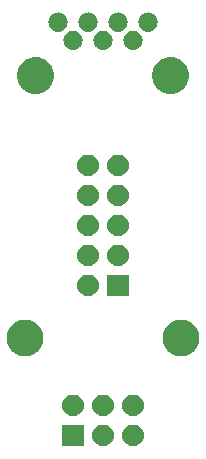
<source format=gbr>
G04 #@! TF.GenerationSoftware,KiCad,Pcbnew,(5.1.2)-1*
G04 #@! TF.CreationDate,2019-05-20T03:11:49+02:00*
G04 #@! TF.ProjectId,programmer,70726f67-7261-46d6-9d65-722e6b696361,rev?*
G04 #@! TF.SameCoordinates,Original*
G04 #@! TF.FileFunction,Soldermask,Bot*
G04 #@! TF.FilePolarity,Negative*
%FSLAX46Y46*%
G04 Gerber Fmt 4.6, Leading zero omitted, Abs format (unit mm)*
G04 Created by KiCad (PCBNEW (5.1.2)-1) date 2019-05-20 03:11:49*
%MOMM*%
%LPD*%
G04 APERTURE LIST*
%ADD10C,0.304800*%
G04 APERTURE END LIST*
D10*
G36*
X26314400Y-49809400D02*
G01*
X24485600Y-49809400D01*
X24485600Y-47980600D01*
X26314400Y-47980600D01*
X26314400Y-49809400D01*
X26314400Y-49809400D01*
G37*
G36*
X30659252Y-47993830D02*
G01*
X30745437Y-48019974D01*
X30831619Y-48046117D01*
X30831621Y-48046118D01*
X30990467Y-48131023D01*
X30990470Y-48131025D01*
X30990471Y-48131026D01*
X31129707Y-48245293D01*
X31243974Y-48384529D01*
X31243977Y-48384533D01*
X31328882Y-48543379D01*
X31381170Y-48715748D01*
X31398824Y-48895000D01*
X31381170Y-49074252D01*
X31328882Y-49246621D01*
X31243977Y-49405467D01*
X31243975Y-49405470D01*
X31243974Y-49405471D01*
X31129707Y-49544707D01*
X30990471Y-49658974D01*
X30990467Y-49658977D01*
X30831621Y-49743882D01*
X30831619Y-49743883D01*
X30745437Y-49770026D01*
X30659252Y-49796170D01*
X30524921Y-49809400D01*
X30435079Y-49809400D01*
X30300748Y-49796170D01*
X30214563Y-49770026D01*
X30128381Y-49743883D01*
X30128379Y-49743882D01*
X29969533Y-49658977D01*
X29969529Y-49658974D01*
X29830293Y-49544707D01*
X29716026Y-49405471D01*
X29716025Y-49405470D01*
X29716023Y-49405467D01*
X29631118Y-49246621D01*
X29578830Y-49074252D01*
X29561176Y-48895000D01*
X29578830Y-48715748D01*
X29631118Y-48543379D01*
X29716023Y-48384533D01*
X29716026Y-48384529D01*
X29830293Y-48245293D01*
X29969529Y-48131026D01*
X29969530Y-48131025D01*
X29969533Y-48131023D01*
X30128379Y-48046118D01*
X30128381Y-48046117D01*
X30214563Y-48019974D01*
X30300748Y-47993830D01*
X30435079Y-47980600D01*
X30524921Y-47980600D01*
X30659252Y-47993830D01*
X30659252Y-47993830D01*
G37*
G36*
X28119252Y-47993830D02*
G01*
X28205437Y-48019974D01*
X28291619Y-48046117D01*
X28291621Y-48046118D01*
X28450467Y-48131023D01*
X28450470Y-48131025D01*
X28450471Y-48131026D01*
X28589707Y-48245293D01*
X28703974Y-48384529D01*
X28703977Y-48384533D01*
X28788882Y-48543379D01*
X28841170Y-48715748D01*
X28858824Y-48895000D01*
X28841170Y-49074252D01*
X28788882Y-49246621D01*
X28703977Y-49405467D01*
X28703975Y-49405470D01*
X28703974Y-49405471D01*
X28589707Y-49544707D01*
X28450471Y-49658974D01*
X28450467Y-49658977D01*
X28291621Y-49743882D01*
X28291619Y-49743883D01*
X28205437Y-49770026D01*
X28119252Y-49796170D01*
X27984921Y-49809400D01*
X27895079Y-49809400D01*
X27760748Y-49796170D01*
X27674563Y-49770026D01*
X27588381Y-49743883D01*
X27588379Y-49743882D01*
X27429533Y-49658977D01*
X27429529Y-49658974D01*
X27290293Y-49544707D01*
X27176026Y-49405471D01*
X27176025Y-49405470D01*
X27176023Y-49405467D01*
X27091118Y-49246621D01*
X27038830Y-49074252D01*
X27021176Y-48895000D01*
X27038830Y-48715748D01*
X27091118Y-48543379D01*
X27176023Y-48384533D01*
X27176026Y-48384529D01*
X27290293Y-48245293D01*
X27429529Y-48131026D01*
X27429530Y-48131025D01*
X27429533Y-48131023D01*
X27588379Y-48046118D01*
X27588381Y-48046117D01*
X27674563Y-48019974D01*
X27760748Y-47993830D01*
X27895079Y-47980600D01*
X27984921Y-47980600D01*
X28119252Y-47993830D01*
X28119252Y-47993830D01*
G37*
G36*
X30659252Y-45453830D02*
G01*
X30745437Y-45479974D01*
X30831619Y-45506117D01*
X30831621Y-45506118D01*
X30990467Y-45591023D01*
X30990470Y-45591025D01*
X30990471Y-45591026D01*
X31129707Y-45705293D01*
X31243974Y-45844529D01*
X31243977Y-45844533D01*
X31328882Y-46003379D01*
X31381170Y-46175748D01*
X31398824Y-46355000D01*
X31381170Y-46534252D01*
X31328882Y-46706621D01*
X31243977Y-46865467D01*
X31243975Y-46865470D01*
X31243974Y-46865471D01*
X31129707Y-47004707D01*
X30990471Y-47118974D01*
X30990467Y-47118977D01*
X30831621Y-47203882D01*
X30831619Y-47203883D01*
X30745437Y-47230026D01*
X30659252Y-47256170D01*
X30524921Y-47269400D01*
X30435079Y-47269400D01*
X30300748Y-47256170D01*
X30214563Y-47230026D01*
X30128381Y-47203883D01*
X30128379Y-47203882D01*
X29969533Y-47118977D01*
X29969529Y-47118974D01*
X29830293Y-47004707D01*
X29716026Y-46865471D01*
X29716025Y-46865470D01*
X29716023Y-46865467D01*
X29631118Y-46706621D01*
X29578830Y-46534252D01*
X29561176Y-46355000D01*
X29578830Y-46175748D01*
X29631118Y-46003379D01*
X29716023Y-45844533D01*
X29716026Y-45844529D01*
X29830293Y-45705293D01*
X29969529Y-45591026D01*
X29969530Y-45591025D01*
X29969533Y-45591023D01*
X30128379Y-45506118D01*
X30128381Y-45506117D01*
X30214563Y-45479974D01*
X30300748Y-45453830D01*
X30435079Y-45440600D01*
X30524921Y-45440600D01*
X30659252Y-45453830D01*
X30659252Y-45453830D01*
G37*
G36*
X28119252Y-45453830D02*
G01*
X28205437Y-45479974D01*
X28291619Y-45506117D01*
X28291621Y-45506118D01*
X28450467Y-45591023D01*
X28450470Y-45591025D01*
X28450471Y-45591026D01*
X28589707Y-45705293D01*
X28703974Y-45844529D01*
X28703977Y-45844533D01*
X28788882Y-46003379D01*
X28841170Y-46175748D01*
X28858824Y-46355000D01*
X28841170Y-46534252D01*
X28788882Y-46706621D01*
X28703977Y-46865467D01*
X28703975Y-46865470D01*
X28703974Y-46865471D01*
X28589707Y-47004707D01*
X28450471Y-47118974D01*
X28450467Y-47118977D01*
X28291621Y-47203882D01*
X28291619Y-47203883D01*
X28205437Y-47230026D01*
X28119252Y-47256170D01*
X27984921Y-47269400D01*
X27895079Y-47269400D01*
X27760748Y-47256170D01*
X27674563Y-47230026D01*
X27588381Y-47203883D01*
X27588379Y-47203882D01*
X27429533Y-47118977D01*
X27429529Y-47118974D01*
X27290293Y-47004707D01*
X27176026Y-46865471D01*
X27176025Y-46865470D01*
X27176023Y-46865467D01*
X27091118Y-46706621D01*
X27038830Y-46534252D01*
X27021176Y-46355000D01*
X27038830Y-46175748D01*
X27091118Y-46003379D01*
X27176023Y-45844533D01*
X27176026Y-45844529D01*
X27290293Y-45705293D01*
X27429529Y-45591026D01*
X27429530Y-45591025D01*
X27429533Y-45591023D01*
X27588379Y-45506118D01*
X27588381Y-45506117D01*
X27674563Y-45479974D01*
X27760748Y-45453830D01*
X27895079Y-45440600D01*
X27984921Y-45440600D01*
X28119252Y-45453830D01*
X28119252Y-45453830D01*
G37*
G36*
X25579252Y-45453830D02*
G01*
X25665437Y-45479974D01*
X25751619Y-45506117D01*
X25751621Y-45506118D01*
X25910467Y-45591023D01*
X25910470Y-45591025D01*
X25910471Y-45591026D01*
X26049707Y-45705293D01*
X26163974Y-45844529D01*
X26163977Y-45844533D01*
X26248882Y-46003379D01*
X26301170Y-46175748D01*
X26318824Y-46355000D01*
X26301170Y-46534252D01*
X26248882Y-46706621D01*
X26163977Y-46865467D01*
X26163975Y-46865470D01*
X26163974Y-46865471D01*
X26049707Y-47004707D01*
X25910471Y-47118974D01*
X25910467Y-47118977D01*
X25751621Y-47203882D01*
X25751619Y-47203883D01*
X25665437Y-47230026D01*
X25579252Y-47256170D01*
X25444921Y-47269400D01*
X25355079Y-47269400D01*
X25220748Y-47256170D01*
X25134563Y-47230026D01*
X25048381Y-47203883D01*
X25048379Y-47203882D01*
X24889533Y-47118977D01*
X24889529Y-47118974D01*
X24750293Y-47004707D01*
X24636026Y-46865471D01*
X24636025Y-46865470D01*
X24636023Y-46865467D01*
X24551118Y-46706621D01*
X24498830Y-46534252D01*
X24481176Y-46355000D01*
X24498830Y-46175748D01*
X24551118Y-46003379D01*
X24636023Y-45844533D01*
X24636026Y-45844529D01*
X24750293Y-45705293D01*
X24889529Y-45591026D01*
X24889530Y-45591025D01*
X24889533Y-45591023D01*
X25048379Y-45506118D01*
X25048381Y-45506117D01*
X25134563Y-45479974D01*
X25220748Y-45453830D01*
X25355079Y-45440600D01*
X25444921Y-45440600D01*
X25579252Y-45453830D01*
X25579252Y-45453830D01*
G37*
G36*
X21588611Y-39109065D02*
G01*
X21788352Y-39148796D01*
X22070579Y-39265699D01*
X22324578Y-39435415D01*
X22540585Y-39651422D01*
X22710301Y-39905421D01*
X22827204Y-40187648D01*
X22886800Y-40487259D01*
X22886800Y-40792741D01*
X22827204Y-41092352D01*
X22710301Y-41374579D01*
X22540585Y-41628578D01*
X22324578Y-41844585D01*
X22070579Y-42014301D01*
X21788352Y-42131204D01*
X21588611Y-42170935D01*
X21488742Y-42190800D01*
X21183258Y-42190800D01*
X21083389Y-42170935D01*
X20883648Y-42131204D01*
X20601421Y-42014301D01*
X20347422Y-41844585D01*
X20131415Y-41628578D01*
X19961699Y-41374579D01*
X19844796Y-41092352D01*
X19785200Y-40792741D01*
X19785200Y-40487259D01*
X19844796Y-40187648D01*
X19961699Y-39905421D01*
X20131415Y-39651422D01*
X20347422Y-39435415D01*
X20601421Y-39265699D01*
X20883648Y-39148796D01*
X21083389Y-39109065D01*
X21183258Y-39089200D01*
X21488742Y-39089200D01*
X21588611Y-39109065D01*
X21588611Y-39109065D01*
G37*
G36*
X34896481Y-39128932D02*
G01*
X34996351Y-39148797D01*
X35278579Y-39265699D01*
X35532577Y-39435415D01*
X35748585Y-39651423D01*
X35918301Y-39905421D01*
X36035203Y-40187649D01*
X36094799Y-40487260D01*
X36094799Y-40792740D01*
X36035203Y-41092351D01*
X35918301Y-41374579D01*
X35748585Y-41628577D01*
X35532577Y-41844585D01*
X35278579Y-42014301D01*
X34996351Y-42131203D01*
X34896481Y-42151068D01*
X34696742Y-42190799D01*
X34391258Y-42190799D01*
X34191519Y-42151068D01*
X34091649Y-42131203D01*
X33809421Y-42014301D01*
X33555423Y-41844585D01*
X33339415Y-41628577D01*
X33169699Y-41374579D01*
X33052797Y-41092351D01*
X32993201Y-40792740D01*
X32993201Y-40487260D01*
X33052797Y-40187649D01*
X33169699Y-39905421D01*
X33339415Y-39651423D01*
X33555423Y-39435415D01*
X33809421Y-39265699D01*
X34091649Y-39148797D01*
X34191519Y-39128932D01*
X34391258Y-39089201D01*
X34696742Y-39089201D01*
X34896481Y-39128932D01*
X34896481Y-39128932D01*
G37*
G36*
X30124400Y-37109400D02*
G01*
X28295600Y-37109400D01*
X28295600Y-35280600D01*
X30124400Y-35280600D01*
X30124400Y-37109400D01*
X30124400Y-37109400D01*
G37*
G36*
X26849252Y-35293830D02*
G01*
X26935436Y-35319974D01*
X27021619Y-35346117D01*
X27021621Y-35346118D01*
X27180467Y-35431023D01*
X27180470Y-35431025D01*
X27180471Y-35431026D01*
X27319707Y-35545293D01*
X27433974Y-35684529D01*
X27433977Y-35684533D01*
X27518882Y-35843379D01*
X27571170Y-36015748D01*
X27588824Y-36195000D01*
X27571170Y-36374252D01*
X27518882Y-36546621D01*
X27433977Y-36705467D01*
X27433975Y-36705470D01*
X27433974Y-36705471D01*
X27319707Y-36844707D01*
X27180471Y-36958974D01*
X27180467Y-36958977D01*
X27021621Y-37043882D01*
X27021619Y-37043883D01*
X26935436Y-37070026D01*
X26849252Y-37096170D01*
X26714921Y-37109400D01*
X26625079Y-37109400D01*
X26490748Y-37096170D01*
X26404564Y-37070026D01*
X26318381Y-37043883D01*
X26318379Y-37043882D01*
X26159533Y-36958977D01*
X26159529Y-36958974D01*
X26020293Y-36844707D01*
X25906026Y-36705471D01*
X25906025Y-36705470D01*
X25906023Y-36705467D01*
X25821118Y-36546621D01*
X25768830Y-36374252D01*
X25751176Y-36195000D01*
X25768830Y-36015748D01*
X25821118Y-35843379D01*
X25906023Y-35684533D01*
X25906026Y-35684529D01*
X26020293Y-35545293D01*
X26159529Y-35431026D01*
X26159530Y-35431025D01*
X26159533Y-35431023D01*
X26318379Y-35346118D01*
X26318381Y-35346117D01*
X26404564Y-35319974D01*
X26490748Y-35293830D01*
X26625079Y-35280600D01*
X26714921Y-35280600D01*
X26849252Y-35293830D01*
X26849252Y-35293830D01*
G37*
G36*
X29389252Y-32753830D02*
G01*
X29475436Y-32779974D01*
X29561619Y-32806117D01*
X29561621Y-32806118D01*
X29720467Y-32891023D01*
X29720470Y-32891025D01*
X29720471Y-32891026D01*
X29859707Y-33005293D01*
X29973974Y-33144529D01*
X29973977Y-33144533D01*
X30058882Y-33303379D01*
X30111170Y-33475748D01*
X30128824Y-33655000D01*
X30111170Y-33834252D01*
X30058882Y-34006621D01*
X29973977Y-34165467D01*
X29973975Y-34165470D01*
X29973974Y-34165471D01*
X29859707Y-34304707D01*
X29720471Y-34418974D01*
X29720467Y-34418977D01*
X29561621Y-34503882D01*
X29561619Y-34503883D01*
X29475436Y-34530026D01*
X29389252Y-34556170D01*
X29254921Y-34569400D01*
X29165079Y-34569400D01*
X29030748Y-34556170D01*
X28944564Y-34530026D01*
X28858381Y-34503883D01*
X28858379Y-34503882D01*
X28699533Y-34418977D01*
X28699529Y-34418974D01*
X28560293Y-34304707D01*
X28446026Y-34165471D01*
X28446025Y-34165470D01*
X28446023Y-34165467D01*
X28361118Y-34006621D01*
X28308830Y-33834252D01*
X28291176Y-33655000D01*
X28308830Y-33475748D01*
X28361118Y-33303379D01*
X28446023Y-33144533D01*
X28446026Y-33144529D01*
X28560293Y-33005293D01*
X28699529Y-32891026D01*
X28699530Y-32891025D01*
X28699533Y-32891023D01*
X28858379Y-32806118D01*
X28858381Y-32806117D01*
X28944564Y-32779974D01*
X29030748Y-32753830D01*
X29165079Y-32740600D01*
X29254921Y-32740600D01*
X29389252Y-32753830D01*
X29389252Y-32753830D01*
G37*
G36*
X26849252Y-32753830D02*
G01*
X26935436Y-32779974D01*
X27021619Y-32806117D01*
X27021621Y-32806118D01*
X27180467Y-32891023D01*
X27180470Y-32891025D01*
X27180471Y-32891026D01*
X27319707Y-33005293D01*
X27433974Y-33144529D01*
X27433977Y-33144533D01*
X27518882Y-33303379D01*
X27571170Y-33475748D01*
X27588824Y-33655000D01*
X27571170Y-33834252D01*
X27518882Y-34006621D01*
X27433977Y-34165467D01*
X27433975Y-34165470D01*
X27433974Y-34165471D01*
X27319707Y-34304707D01*
X27180471Y-34418974D01*
X27180467Y-34418977D01*
X27021621Y-34503882D01*
X27021619Y-34503883D01*
X26935436Y-34530026D01*
X26849252Y-34556170D01*
X26714921Y-34569400D01*
X26625079Y-34569400D01*
X26490748Y-34556170D01*
X26404564Y-34530026D01*
X26318381Y-34503883D01*
X26318379Y-34503882D01*
X26159533Y-34418977D01*
X26159529Y-34418974D01*
X26020293Y-34304707D01*
X25906026Y-34165471D01*
X25906025Y-34165470D01*
X25906023Y-34165467D01*
X25821118Y-34006621D01*
X25768830Y-33834252D01*
X25751176Y-33655000D01*
X25768830Y-33475748D01*
X25821118Y-33303379D01*
X25906023Y-33144533D01*
X25906026Y-33144529D01*
X26020293Y-33005293D01*
X26159529Y-32891026D01*
X26159530Y-32891025D01*
X26159533Y-32891023D01*
X26318379Y-32806118D01*
X26318381Y-32806117D01*
X26404564Y-32779974D01*
X26490748Y-32753830D01*
X26625079Y-32740600D01*
X26714921Y-32740600D01*
X26849252Y-32753830D01*
X26849252Y-32753830D01*
G37*
G36*
X26849252Y-30213830D02*
G01*
X26935437Y-30239974D01*
X27021619Y-30266117D01*
X27021621Y-30266118D01*
X27180467Y-30351023D01*
X27180470Y-30351025D01*
X27180471Y-30351026D01*
X27319707Y-30465293D01*
X27433974Y-30604529D01*
X27433977Y-30604533D01*
X27518882Y-30763379D01*
X27571170Y-30935748D01*
X27588824Y-31115000D01*
X27571170Y-31294252D01*
X27518882Y-31466621D01*
X27433977Y-31625467D01*
X27433975Y-31625470D01*
X27433974Y-31625471D01*
X27319707Y-31764707D01*
X27180471Y-31878974D01*
X27180467Y-31878977D01*
X27021621Y-31963882D01*
X27021619Y-31963883D01*
X26935437Y-31990026D01*
X26849252Y-32016170D01*
X26714921Y-32029400D01*
X26625079Y-32029400D01*
X26490748Y-32016170D01*
X26404563Y-31990026D01*
X26318381Y-31963883D01*
X26318379Y-31963882D01*
X26159533Y-31878977D01*
X26159529Y-31878974D01*
X26020293Y-31764707D01*
X25906026Y-31625471D01*
X25906025Y-31625470D01*
X25906023Y-31625467D01*
X25821118Y-31466621D01*
X25768830Y-31294252D01*
X25751176Y-31115000D01*
X25768830Y-30935748D01*
X25821118Y-30763379D01*
X25906023Y-30604533D01*
X25906026Y-30604529D01*
X26020293Y-30465293D01*
X26159529Y-30351026D01*
X26159530Y-30351025D01*
X26159533Y-30351023D01*
X26318379Y-30266118D01*
X26318381Y-30266117D01*
X26404563Y-30239974D01*
X26490748Y-30213830D01*
X26625079Y-30200600D01*
X26714921Y-30200600D01*
X26849252Y-30213830D01*
X26849252Y-30213830D01*
G37*
G36*
X29389252Y-30213830D02*
G01*
X29475437Y-30239974D01*
X29561619Y-30266117D01*
X29561621Y-30266118D01*
X29720467Y-30351023D01*
X29720470Y-30351025D01*
X29720471Y-30351026D01*
X29859707Y-30465293D01*
X29973974Y-30604529D01*
X29973977Y-30604533D01*
X30058882Y-30763379D01*
X30111170Y-30935748D01*
X30128824Y-31115000D01*
X30111170Y-31294252D01*
X30058882Y-31466621D01*
X29973977Y-31625467D01*
X29973975Y-31625470D01*
X29973974Y-31625471D01*
X29859707Y-31764707D01*
X29720471Y-31878974D01*
X29720467Y-31878977D01*
X29561621Y-31963882D01*
X29561619Y-31963883D01*
X29475437Y-31990026D01*
X29389252Y-32016170D01*
X29254921Y-32029400D01*
X29165079Y-32029400D01*
X29030748Y-32016170D01*
X28944563Y-31990026D01*
X28858381Y-31963883D01*
X28858379Y-31963882D01*
X28699533Y-31878977D01*
X28699529Y-31878974D01*
X28560293Y-31764707D01*
X28446026Y-31625471D01*
X28446025Y-31625470D01*
X28446023Y-31625467D01*
X28361118Y-31466621D01*
X28308830Y-31294252D01*
X28291176Y-31115000D01*
X28308830Y-30935748D01*
X28361118Y-30763379D01*
X28446023Y-30604533D01*
X28446026Y-30604529D01*
X28560293Y-30465293D01*
X28699529Y-30351026D01*
X28699530Y-30351025D01*
X28699533Y-30351023D01*
X28858379Y-30266118D01*
X28858381Y-30266117D01*
X28944563Y-30239974D01*
X29030748Y-30213830D01*
X29165079Y-30200600D01*
X29254921Y-30200600D01*
X29389252Y-30213830D01*
X29389252Y-30213830D01*
G37*
G36*
X29389252Y-27673830D02*
G01*
X29475437Y-27699974D01*
X29561619Y-27726117D01*
X29561621Y-27726118D01*
X29720467Y-27811023D01*
X29720470Y-27811025D01*
X29720471Y-27811026D01*
X29859707Y-27925293D01*
X29973974Y-28064529D01*
X29973977Y-28064533D01*
X30058882Y-28223379D01*
X30111170Y-28395748D01*
X30128824Y-28575000D01*
X30111170Y-28754252D01*
X30058882Y-28926621D01*
X29973977Y-29085467D01*
X29973975Y-29085470D01*
X29973974Y-29085471D01*
X29859707Y-29224707D01*
X29720471Y-29338974D01*
X29720467Y-29338977D01*
X29561621Y-29423882D01*
X29561619Y-29423883D01*
X29475437Y-29450026D01*
X29389252Y-29476170D01*
X29254921Y-29489400D01*
X29165079Y-29489400D01*
X29030748Y-29476170D01*
X28944563Y-29450026D01*
X28858381Y-29423883D01*
X28858379Y-29423882D01*
X28699533Y-29338977D01*
X28699529Y-29338974D01*
X28560293Y-29224707D01*
X28446026Y-29085471D01*
X28446025Y-29085470D01*
X28446023Y-29085467D01*
X28361118Y-28926621D01*
X28308830Y-28754252D01*
X28291176Y-28575000D01*
X28308830Y-28395748D01*
X28361118Y-28223379D01*
X28446023Y-28064533D01*
X28446026Y-28064529D01*
X28560293Y-27925293D01*
X28699529Y-27811026D01*
X28699530Y-27811025D01*
X28699533Y-27811023D01*
X28858379Y-27726118D01*
X28858381Y-27726117D01*
X28944563Y-27699974D01*
X29030748Y-27673830D01*
X29165079Y-27660600D01*
X29254921Y-27660600D01*
X29389252Y-27673830D01*
X29389252Y-27673830D01*
G37*
G36*
X26849252Y-27673830D02*
G01*
X26935437Y-27699974D01*
X27021619Y-27726117D01*
X27021621Y-27726118D01*
X27180467Y-27811023D01*
X27180470Y-27811025D01*
X27180471Y-27811026D01*
X27319707Y-27925293D01*
X27433974Y-28064529D01*
X27433977Y-28064533D01*
X27518882Y-28223379D01*
X27571170Y-28395748D01*
X27588824Y-28575000D01*
X27571170Y-28754252D01*
X27518882Y-28926621D01*
X27433977Y-29085467D01*
X27433975Y-29085470D01*
X27433974Y-29085471D01*
X27319707Y-29224707D01*
X27180471Y-29338974D01*
X27180467Y-29338977D01*
X27021621Y-29423882D01*
X27021619Y-29423883D01*
X26935437Y-29450026D01*
X26849252Y-29476170D01*
X26714921Y-29489400D01*
X26625079Y-29489400D01*
X26490748Y-29476170D01*
X26404563Y-29450026D01*
X26318381Y-29423883D01*
X26318379Y-29423882D01*
X26159533Y-29338977D01*
X26159529Y-29338974D01*
X26020293Y-29224707D01*
X25906026Y-29085471D01*
X25906025Y-29085470D01*
X25906023Y-29085467D01*
X25821118Y-28926621D01*
X25768830Y-28754252D01*
X25751176Y-28575000D01*
X25768830Y-28395748D01*
X25821118Y-28223379D01*
X25906023Y-28064533D01*
X25906026Y-28064529D01*
X26020293Y-27925293D01*
X26159529Y-27811026D01*
X26159530Y-27811025D01*
X26159533Y-27811023D01*
X26318379Y-27726118D01*
X26318381Y-27726117D01*
X26404563Y-27699974D01*
X26490748Y-27673830D01*
X26625079Y-27660600D01*
X26714921Y-27660600D01*
X26849252Y-27673830D01*
X26849252Y-27673830D01*
G37*
G36*
X29389252Y-25133830D02*
G01*
X29475437Y-25159974D01*
X29561619Y-25186117D01*
X29561621Y-25186118D01*
X29720467Y-25271023D01*
X29720470Y-25271025D01*
X29720471Y-25271026D01*
X29859707Y-25385293D01*
X29973974Y-25524529D01*
X29973977Y-25524533D01*
X30058882Y-25683379D01*
X30111170Y-25855748D01*
X30128824Y-26035000D01*
X30111170Y-26214252D01*
X30058882Y-26386621D01*
X29973977Y-26545467D01*
X29973975Y-26545470D01*
X29973974Y-26545471D01*
X29859707Y-26684707D01*
X29720471Y-26798974D01*
X29720467Y-26798977D01*
X29561621Y-26883882D01*
X29561619Y-26883883D01*
X29475436Y-26910026D01*
X29389252Y-26936170D01*
X29254921Y-26949400D01*
X29165079Y-26949400D01*
X29030748Y-26936170D01*
X28944564Y-26910026D01*
X28858381Y-26883883D01*
X28858379Y-26883882D01*
X28699533Y-26798977D01*
X28699529Y-26798974D01*
X28560293Y-26684707D01*
X28446026Y-26545471D01*
X28446025Y-26545470D01*
X28446023Y-26545467D01*
X28361118Y-26386621D01*
X28308830Y-26214252D01*
X28291176Y-26035000D01*
X28308830Y-25855748D01*
X28361118Y-25683379D01*
X28446023Y-25524533D01*
X28446026Y-25524529D01*
X28560293Y-25385293D01*
X28699529Y-25271026D01*
X28699530Y-25271025D01*
X28699533Y-25271023D01*
X28858379Y-25186118D01*
X28858381Y-25186117D01*
X28944563Y-25159974D01*
X29030748Y-25133830D01*
X29165079Y-25120600D01*
X29254921Y-25120600D01*
X29389252Y-25133830D01*
X29389252Y-25133830D01*
G37*
G36*
X26849252Y-25133830D02*
G01*
X26935437Y-25159974D01*
X27021619Y-25186117D01*
X27021621Y-25186118D01*
X27180467Y-25271023D01*
X27180470Y-25271025D01*
X27180471Y-25271026D01*
X27319707Y-25385293D01*
X27433974Y-25524529D01*
X27433977Y-25524533D01*
X27518882Y-25683379D01*
X27571170Y-25855748D01*
X27588824Y-26035000D01*
X27571170Y-26214252D01*
X27518882Y-26386621D01*
X27433977Y-26545467D01*
X27433975Y-26545470D01*
X27433974Y-26545471D01*
X27319707Y-26684707D01*
X27180471Y-26798974D01*
X27180467Y-26798977D01*
X27021621Y-26883882D01*
X27021619Y-26883883D01*
X26935436Y-26910026D01*
X26849252Y-26936170D01*
X26714921Y-26949400D01*
X26625079Y-26949400D01*
X26490748Y-26936170D01*
X26404564Y-26910026D01*
X26318381Y-26883883D01*
X26318379Y-26883882D01*
X26159533Y-26798977D01*
X26159529Y-26798974D01*
X26020293Y-26684707D01*
X25906026Y-26545471D01*
X25906025Y-26545470D01*
X25906023Y-26545467D01*
X25821118Y-26386621D01*
X25768830Y-26214252D01*
X25751176Y-26035000D01*
X25768830Y-25855748D01*
X25821118Y-25683379D01*
X25906023Y-25524533D01*
X25906026Y-25524529D01*
X26020293Y-25385293D01*
X26159529Y-25271026D01*
X26159530Y-25271025D01*
X26159533Y-25271023D01*
X26318379Y-25186118D01*
X26318381Y-25186117D01*
X26404563Y-25159974D01*
X26490748Y-25133830D01*
X26625079Y-25120600D01*
X26714921Y-25120600D01*
X26849252Y-25133830D01*
X26849252Y-25133830D01*
G37*
G36*
X22477611Y-16884065D02*
G01*
X22677352Y-16923796D01*
X22959579Y-17040699D01*
X23213578Y-17210415D01*
X23429585Y-17426422D01*
X23599301Y-17680421D01*
X23716204Y-17962648D01*
X23775800Y-18262259D01*
X23775800Y-18567741D01*
X23716204Y-18867352D01*
X23599301Y-19149579D01*
X23429585Y-19403578D01*
X23213578Y-19619585D01*
X22959579Y-19789301D01*
X22677352Y-19906204D01*
X22477611Y-19945935D01*
X22377742Y-19965800D01*
X22072258Y-19965800D01*
X21972389Y-19945935D01*
X21772648Y-19906204D01*
X21490421Y-19789301D01*
X21236422Y-19619585D01*
X21020415Y-19403578D01*
X20850699Y-19149579D01*
X20733796Y-18867352D01*
X20674200Y-18567741D01*
X20674200Y-18262259D01*
X20733796Y-17962648D01*
X20850699Y-17680421D01*
X21020415Y-17426422D01*
X21236422Y-17210415D01*
X21490421Y-17040699D01*
X21772648Y-16923796D01*
X21972389Y-16884065D01*
X22072258Y-16864200D01*
X22377742Y-16864200D01*
X22477611Y-16884065D01*
X22477611Y-16884065D01*
G37*
G36*
X33907611Y-16884065D02*
G01*
X34107352Y-16923796D01*
X34389579Y-17040699D01*
X34643578Y-17210415D01*
X34859585Y-17426422D01*
X35029301Y-17680421D01*
X35146204Y-17962648D01*
X35205800Y-18262259D01*
X35205800Y-18567741D01*
X35146204Y-18867352D01*
X35029301Y-19149579D01*
X34859585Y-19403578D01*
X34643578Y-19619585D01*
X34389579Y-19789301D01*
X34107352Y-19906204D01*
X33907611Y-19945935D01*
X33807742Y-19965800D01*
X33502258Y-19965800D01*
X33402389Y-19945935D01*
X33202648Y-19906204D01*
X32920421Y-19789301D01*
X32666422Y-19619585D01*
X32450415Y-19403578D01*
X32280699Y-19149579D01*
X32163796Y-18867352D01*
X32104200Y-18567741D01*
X32104200Y-18262259D01*
X32163796Y-17962648D01*
X32280699Y-17680421D01*
X32450415Y-17426422D01*
X32666422Y-17210415D01*
X32920421Y-17040699D01*
X33202648Y-16923796D01*
X33402389Y-16884065D01*
X33502258Y-16864200D01*
X33807742Y-16864200D01*
X33907611Y-16884065D01*
X33907611Y-16884065D01*
G37*
G36*
X30559728Y-14634320D02*
G01*
X30639337Y-14642161D01*
X30792550Y-14688638D01*
X30792553Y-14688639D01*
X30933752Y-14764111D01*
X31057517Y-14865683D01*
X31159089Y-14989448D01*
X31234561Y-15130647D01*
X31234562Y-15130650D01*
X31281039Y-15283863D01*
X31296732Y-15443200D01*
X31281039Y-15602537D01*
X31234562Y-15755750D01*
X31234561Y-15755753D01*
X31159089Y-15896952D01*
X31057517Y-16020717D01*
X30933752Y-16122289D01*
X30792553Y-16197761D01*
X30792550Y-16197762D01*
X30639337Y-16244239D01*
X30559728Y-16252080D01*
X30519924Y-16256000D01*
X30440076Y-16256000D01*
X30400272Y-16252080D01*
X30320663Y-16244239D01*
X30167450Y-16197762D01*
X30167447Y-16197761D01*
X30026248Y-16122289D01*
X29902483Y-16020717D01*
X29800911Y-15896952D01*
X29725439Y-15755753D01*
X29725438Y-15755750D01*
X29678961Y-15602537D01*
X29663268Y-15443200D01*
X29678961Y-15283863D01*
X29725438Y-15130650D01*
X29725439Y-15130647D01*
X29800911Y-14989448D01*
X29902483Y-14865683D01*
X30026248Y-14764111D01*
X30167447Y-14688639D01*
X30167450Y-14688638D01*
X30320663Y-14642161D01*
X30400272Y-14634320D01*
X30440076Y-14630400D01*
X30519924Y-14630400D01*
X30559728Y-14634320D01*
X30559728Y-14634320D01*
G37*
G36*
X25479728Y-14634320D02*
G01*
X25559337Y-14642161D01*
X25712550Y-14688638D01*
X25712553Y-14688639D01*
X25853752Y-14764111D01*
X25977517Y-14865683D01*
X26079089Y-14989448D01*
X26154561Y-15130647D01*
X26154562Y-15130650D01*
X26201039Y-15283863D01*
X26216732Y-15443200D01*
X26201039Y-15602537D01*
X26154562Y-15755750D01*
X26154561Y-15755753D01*
X26079089Y-15896952D01*
X25977517Y-16020717D01*
X25853752Y-16122289D01*
X25712553Y-16197761D01*
X25712550Y-16197762D01*
X25559337Y-16244239D01*
X25479728Y-16252080D01*
X25439924Y-16256000D01*
X25360076Y-16256000D01*
X25320272Y-16252080D01*
X25240663Y-16244239D01*
X25087450Y-16197762D01*
X25087447Y-16197761D01*
X24946248Y-16122289D01*
X24822483Y-16020717D01*
X24720911Y-15896952D01*
X24645439Y-15755753D01*
X24645438Y-15755750D01*
X24598961Y-15602537D01*
X24583268Y-15443200D01*
X24598961Y-15283863D01*
X24645438Y-15130650D01*
X24645439Y-15130647D01*
X24720911Y-14989448D01*
X24822483Y-14865683D01*
X24946248Y-14764111D01*
X25087447Y-14688639D01*
X25087450Y-14688638D01*
X25240663Y-14642161D01*
X25320272Y-14634320D01*
X25360076Y-14630400D01*
X25439924Y-14630400D01*
X25479728Y-14634320D01*
X25479728Y-14634320D01*
G37*
G36*
X28019728Y-14634320D02*
G01*
X28099337Y-14642161D01*
X28252550Y-14688638D01*
X28252553Y-14688639D01*
X28393752Y-14764111D01*
X28517517Y-14865683D01*
X28619089Y-14989448D01*
X28694561Y-15130647D01*
X28694562Y-15130650D01*
X28741039Y-15283863D01*
X28756732Y-15443200D01*
X28741039Y-15602537D01*
X28694562Y-15755750D01*
X28694561Y-15755753D01*
X28619089Y-15896952D01*
X28517517Y-16020717D01*
X28393752Y-16122289D01*
X28252553Y-16197761D01*
X28252550Y-16197762D01*
X28099337Y-16244239D01*
X28019728Y-16252080D01*
X27979924Y-16256000D01*
X27900076Y-16256000D01*
X27860272Y-16252080D01*
X27780663Y-16244239D01*
X27627450Y-16197762D01*
X27627447Y-16197761D01*
X27486248Y-16122289D01*
X27362483Y-16020717D01*
X27260911Y-15896952D01*
X27185439Y-15755753D01*
X27185438Y-15755750D01*
X27138961Y-15602537D01*
X27123268Y-15443200D01*
X27138961Y-15283863D01*
X27185438Y-15130650D01*
X27185439Y-15130647D01*
X27260911Y-14989448D01*
X27362483Y-14865683D01*
X27486248Y-14764111D01*
X27627447Y-14688639D01*
X27627450Y-14688638D01*
X27780663Y-14642161D01*
X27860272Y-14634320D01*
X27900076Y-14630400D01*
X27979924Y-14630400D01*
X28019728Y-14634320D01*
X28019728Y-14634320D01*
G37*
G36*
X31829728Y-13084920D02*
G01*
X31909337Y-13092761D01*
X32062550Y-13139238D01*
X32062553Y-13139239D01*
X32203752Y-13214711D01*
X32327517Y-13316283D01*
X32429089Y-13440048D01*
X32504561Y-13581247D01*
X32504562Y-13581250D01*
X32551039Y-13734463D01*
X32566732Y-13893800D01*
X32551039Y-14053137D01*
X32504562Y-14206350D01*
X32504561Y-14206353D01*
X32429089Y-14347552D01*
X32327517Y-14471317D01*
X32203752Y-14572889D01*
X32062553Y-14648361D01*
X32062550Y-14648362D01*
X31909337Y-14694839D01*
X31829728Y-14702680D01*
X31789924Y-14706600D01*
X31710076Y-14706600D01*
X31670272Y-14702680D01*
X31590663Y-14694839D01*
X31437450Y-14648362D01*
X31437447Y-14648361D01*
X31296248Y-14572889D01*
X31172483Y-14471317D01*
X31070911Y-14347552D01*
X30995439Y-14206353D01*
X30995438Y-14206350D01*
X30948961Y-14053137D01*
X30933268Y-13893800D01*
X30948961Y-13734463D01*
X30995438Y-13581250D01*
X30995439Y-13581247D01*
X31070911Y-13440048D01*
X31172483Y-13316283D01*
X31296248Y-13214711D01*
X31437447Y-13139239D01*
X31437450Y-13139238D01*
X31590663Y-13092761D01*
X31670272Y-13084920D01*
X31710076Y-13081000D01*
X31789924Y-13081000D01*
X31829728Y-13084920D01*
X31829728Y-13084920D01*
G37*
G36*
X24209728Y-13084920D02*
G01*
X24289337Y-13092761D01*
X24442550Y-13139238D01*
X24442553Y-13139239D01*
X24583752Y-13214711D01*
X24707517Y-13316283D01*
X24809089Y-13440048D01*
X24884561Y-13581247D01*
X24884562Y-13581250D01*
X24931039Y-13734463D01*
X24946732Y-13893800D01*
X24931039Y-14053137D01*
X24884562Y-14206350D01*
X24884561Y-14206353D01*
X24809089Y-14347552D01*
X24707517Y-14471317D01*
X24583752Y-14572889D01*
X24442553Y-14648361D01*
X24442550Y-14648362D01*
X24289337Y-14694839D01*
X24209728Y-14702680D01*
X24169924Y-14706600D01*
X24090076Y-14706600D01*
X24050272Y-14702680D01*
X23970663Y-14694839D01*
X23817450Y-14648362D01*
X23817447Y-14648361D01*
X23676248Y-14572889D01*
X23552483Y-14471317D01*
X23450911Y-14347552D01*
X23375439Y-14206353D01*
X23375438Y-14206350D01*
X23328961Y-14053137D01*
X23313268Y-13893800D01*
X23328961Y-13734463D01*
X23375438Y-13581250D01*
X23375439Y-13581247D01*
X23450911Y-13440048D01*
X23552483Y-13316283D01*
X23676248Y-13214711D01*
X23817447Y-13139239D01*
X23817450Y-13139238D01*
X23970663Y-13092761D01*
X24050272Y-13084920D01*
X24090076Y-13081000D01*
X24169924Y-13081000D01*
X24209728Y-13084920D01*
X24209728Y-13084920D01*
G37*
G36*
X29289728Y-13084920D02*
G01*
X29369337Y-13092761D01*
X29522550Y-13139238D01*
X29522553Y-13139239D01*
X29663752Y-13214711D01*
X29787517Y-13316283D01*
X29889089Y-13440048D01*
X29964561Y-13581247D01*
X29964562Y-13581250D01*
X30011039Y-13734463D01*
X30026732Y-13893800D01*
X30011039Y-14053137D01*
X29964562Y-14206350D01*
X29964561Y-14206353D01*
X29889089Y-14347552D01*
X29787517Y-14471317D01*
X29663752Y-14572889D01*
X29522553Y-14648361D01*
X29522550Y-14648362D01*
X29369337Y-14694839D01*
X29289728Y-14702680D01*
X29249924Y-14706600D01*
X29170076Y-14706600D01*
X29130272Y-14702680D01*
X29050663Y-14694839D01*
X28897450Y-14648362D01*
X28897447Y-14648361D01*
X28756248Y-14572889D01*
X28632483Y-14471317D01*
X28530911Y-14347552D01*
X28455439Y-14206353D01*
X28455438Y-14206350D01*
X28408961Y-14053137D01*
X28393268Y-13893800D01*
X28408961Y-13734463D01*
X28455438Y-13581250D01*
X28455439Y-13581247D01*
X28530911Y-13440048D01*
X28632483Y-13316283D01*
X28756248Y-13214711D01*
X28897447Y-13139239D01*
X28897450Y-13139238D01*
X29050663Y-13092761D01*
X29130272Y-13084920D01*
X29170076Y-13081000D01*
X29249924Y-13081000D01*
X29289728Y-13084920D01*
X29289728Y-13084920D01*
G37*
G36*
X26749728Y-13084920D02*
G01*
X26829337Y-13092761D01*
X26982550Y-13139238D01*
X26982553Y-13139239D01*
X27123752Y-13214711D01*
X27247517Y-13316283D01*
X27349089Y-13440048D01*
X27424561Y-13581247D01*
X27424562Y-13581250D01*
X27471039Y-13734463D01*
X27486732Y-13893800D01*
X27471039Y-14053137D01*
X27424562Y-14206350D01*
X27424561Y-14206353D01*
X27349089Y-14347552D01*
X27247517Y-14471317D01*
X27123752Y-14572889D01*
X26982553Y-14648361D01*
X26982550Y-14648362D01*
X26829337Y-14694839D01*
X26749728Y-14702680D01*
X26709924Y-14706600D01*
X26630076Y-14706600D01*
X26590272Y-14702680D01*
X26510663Y-14694839D01*
X26357450Y-14648362D01*
X26357447Y-14648361D01*
X26216248Y-14572889D01*
X26092483Y-14471317D01*
X25990911Y-14347552D01*
X25915439Y-14206353D01*
X25915438Y-14206350D01*
X25868961Y-14053137D01*
X25853268Y-13893800D01*
X25868961Y-13734463D01*
X25915438Y-13581250D01*
X25915439Y-13581247D01*
X25990911Y-13440048D01*
X26092483Y-13316283D01*
X26216248Y-13214711D01*
X26357447Y-13139239D01*
X26357450Y-13139238D01*
X26510663Y-13092761D01*
X26590272Y-13084920D01*
X26630076Y-13081000D01*
X26709924Y-13081000D01*
X26749728Y-13084920D01*
X26749728Y-13084920D01*
G37*
M02*

</source>
